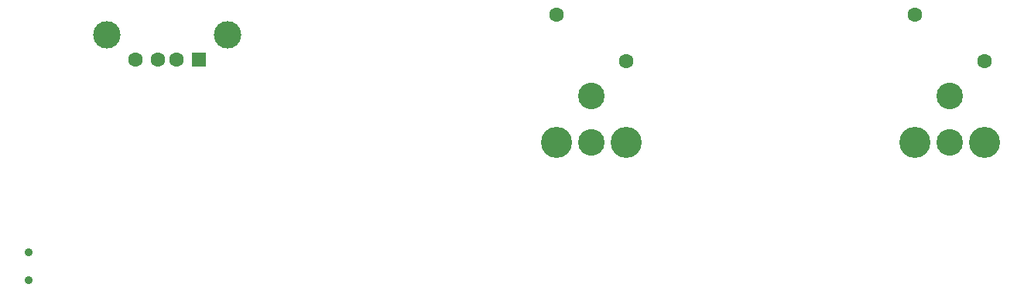
<source format=gbr>
%TF.GenerationSoftware,KiCad,Pcbnew,(5.99.0-9519-ga70106a3bd)*%
%TF.CreationDate,2021-04-02T22:42:04-07:00*%
%TF.ProjectId,UsbSound,55736253-6f75-46e6-942e-6b696361645f,rev?*%
%TF.SameCoordinates,Original*%
%TF.FileFunction,Soldermask,Bot*%
%TF.FilePolarity,Negative*%
%FSLAX46Y46*%
G04 Gerber Fmt 4.6, Leading zero omitted, Abs format (unit mm)*
G04 Created by KiCad (PCBNEW (5.99.0-9519-ga70106a3bd)) date 2021-04-02 22:42:04*
%MOMM*%
%LPD*%
G01*
G04 APERTURE LIST*
%ADD10R,1.600000X1.500000*%
%ADD11C,1.600000*%
%ADD12C,3.000000*%
%ADD13C,3.400000*%
%ADD14C,2.900000*%
%ADD15C,0.900000*%
G04 APERTURE END LIST*
D10*
%TO.C,J2*%
X96500100Y-53620000D03*
D11*
X94000100Y-53620000D03*
X92000100Y-53620000D03*
X89500100Y-53620000D03*
D12*
X86430100Y-50910000D03*
X99570100Y-50910000D03*
%TD*%
D11*
%TO.C,J4*%
X174790500Y-48657600D03*
X182410500Y-53737600D03*
D13*
X182410500Y-62627600D03*
X174790500Y-62627600D03*
D14*
X178600500Y-62627600D03*
X178600500Y-57547600D03*
%TD*%
D11*
%TO.C,J3*%
X143190500Y-53737600D03*
X135570500Y-48657600D03*
D13*
X143190500Y-62627600D03*
X135570500Y-62627600D03*
D14*
X139380500Y-62627600D03*
X139380500Y-57547600D03*
%TD*%
D15*
%TO.C,SW1*%
X77828900Y-77716600D03*
X77828900Y-74716600D03*
%TD*%
M02*

</source>
